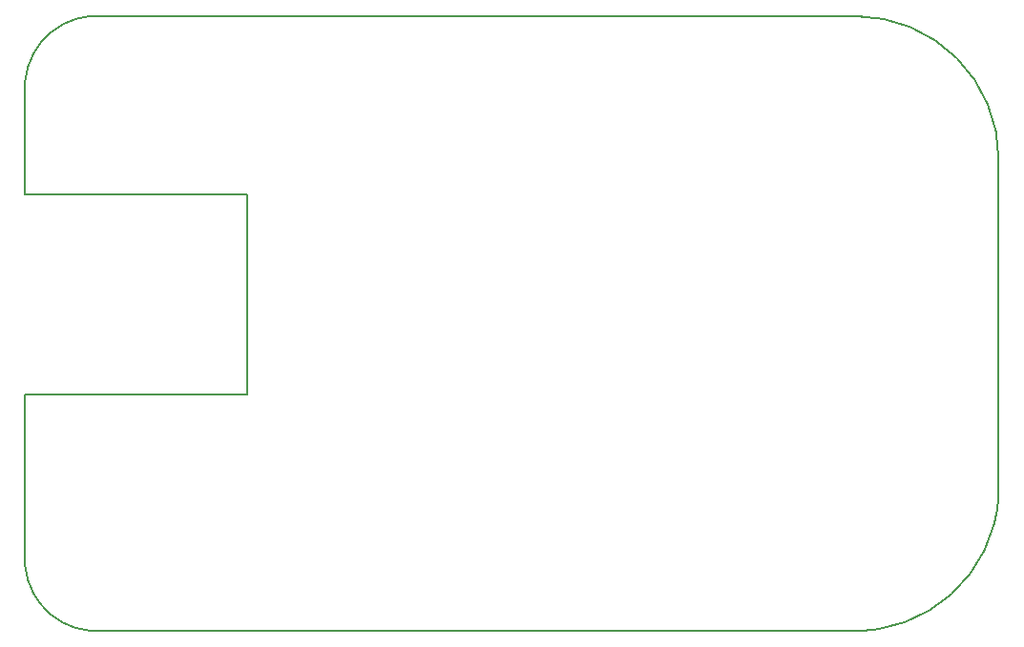
<source format=gbr>
G04 #@! TF.FileFunction,Profile,NP*
%FSLAX46Y46*%
G04 Gerber Fmt 4.6, Leading zero omitted, Abs format (unit mm)*
G04 Created by KiCad (PCBNEW 4.0.3-1.fc24-product) date Sun Feb 19 21:37:44 2017*
%MOMM*%
%LPD*%
G01*
G04 APERTURE LIST*
%ADD10C,0.100000*%
%ADD11C,0.150000*%
G04 APERTURE END LIST*
D10*
D11*
X31750000Y-25400000D02*
X99695000Y-25400000D01*
X25400000Y-41275000D02*
X25400000Y-31115000D01*
X32385000Y-25400000D02*
G75*
G03X25400000Y-31115000I-635000J-6350000D01*
G01*
X25400000Y-73660000D02*
X25400000Y-59055000D01*
X99060000Y-80010000D02*
X31115000Y-80010000D01*
X25400000Y-73025000D02*
G75*
G03X31115000Y-80010000I6350000J-635000D01*
G01*
X111760000Y-67945000D02*
X111760000Y-37465000D01*
X98425000Y-80010000D02*
G75*
G03X111760000Y-67945000I635000J12700000D01*
G01*
X111760000Y-38100000D02*
G75*
G03X99060000Y-25400000I-12700000J0D01*
G01*
X45085000Y-41275000D02*
X40005000Y-41275000D01*
X45085000Y-59055000D02*
X45085000Y-41275000D01*
X25400000Y-59055000D02*
X45085000Y-59055000D01*
X25400000Y-41275000D02*
X40005000Y-41275000D01*
M02*

</source>
